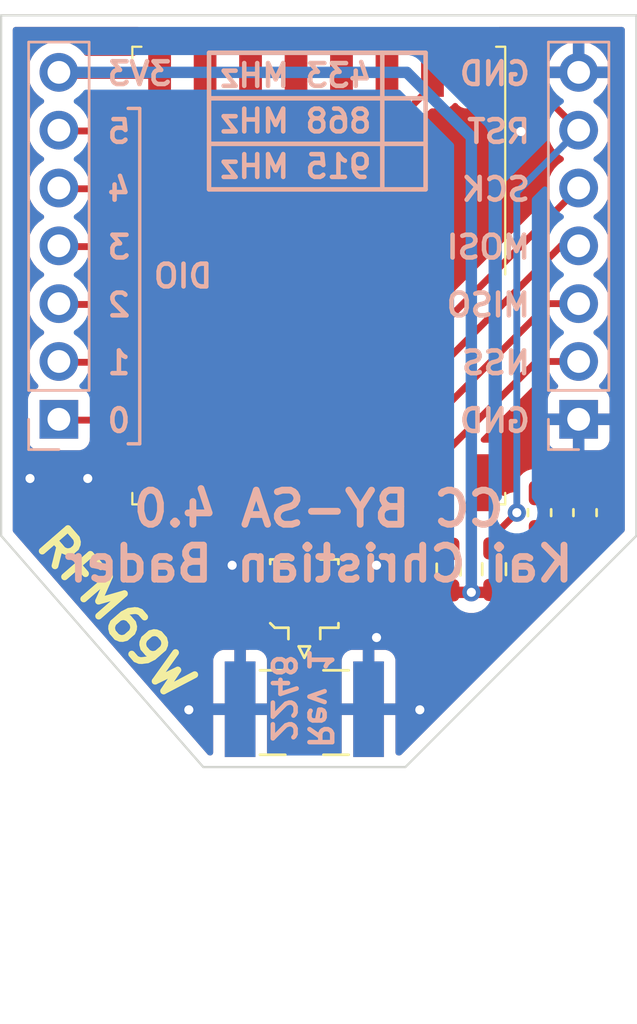
<source format=kicad_pcb>
(kicad_pcb (version 20211014) (generator pcbnew)
  (title_block (title "RFM69W Board") (date "2022-12-04") (rev "1") (company "Kai Christian Bader") (comment 1 "CC BY-SA 4.0"))
  (layers (0 "F.Cu" signal) (31 "B.Cu" signal) (34 "B.Paste" user) (35 "F.Paste" user) (36 "B.SilkS" user "B.Silkscreen") (37 "F.SilkS" user "F.Silkscreen") (38 "B.Mask" user) (39 "F.Mask" user) (44 "Edge.Cuts" user))
  (net 0 "")
  (net 1 "GND")
  (net 2 "/MISO")
  (net 3 "/MOSI")
  (net 4 "/SCK")
  (net 5 "/NSS")
  (net 6 "/~{RESET}")
  (net 7 "/DIO5")
  (net 8 "/DIO2")
  (net 9 "/DIO1")
  (net 10 "/DIO0")
  (net 11 "+3.3V")
  (net 12 "/DIO4")
  (net 13 "/DIO3")
  (net 14 "/ANT")
  (footprint "Capacitor_SMD:C_0603_1608Metric_Pad1.08x0.95mm_HandSolder" (layer "F.Cu") (at 112.71 66.315 90)
    (fp_text reference "C1" hide)
    (fp_text value "100n")
    (fp_line (start -0.146267 0.51) (end 0.146267 0.51) (layer "F.SilkS") (width 0.12))
    (fp_line (start -0.146267 -0.51) (end 0.146267 -0.51) (layer "F.SilkS") (width 0.12))
    (pad "1" smd roundrect (at -0.8625 0 90) (size 1.075 0.95) (layers "F.Cu" "F.Paste" "F.Mask") (net 11 "+3.3V"))
    (pad "2" smd roundrect (at 0.8625 0 90) (size 1.075 0.95) (layers "F.Cu" "F.Paste" "F.Mask") (net 1 "GND"))
  )
  (footprint "Connector_Coaxial:SMA_Samtec_SMA-J-P-X-ST-EM1_EdgeMount" (layer "F.Cu") (at 100.365 74.95)
    (fp_text reference "J4" hide)
    (fp_text value "SMA")
    (fp_line (start 0.84 -1.71) (end 1.95 -1.71) (layer "F.SilkS") (width 0.12))
    (fp_line (start -1.95 -1.71) (end -0.84 -1.71) (layer "F.SilkS") (width 0.12))
    (fp_line (start 0 -2.26) (end 0.25 -2.76) (layer "F.SilkS") (width 0.12))
    (fp_line (start 0.25 -2.76) (end -0.25 -2.76) (layer "F.SilkS") (width 0.12))
    (fp_line (start -0.25 -2.76) (end 0 -2.26) (layer "F.SilkS") (width 0.12))
    (fp_line (start 0.84 2) (end 1.95 2) (layer "F.SilkS") (width 0.12))
    (fp_line (start -1.95 2) (end -0.84 2) (layer "F.SilkS") (width 0.12))
    (pad "1" smd rect (at 0 0.2) (size 1.27 3.6) (layers "F.Cu" "F.Paste" "F.Mask") (net 14 "/ANT"))
    (pad "2" smd rect (at 2.825 0) (size 1.35 4.2) (layers "B.Cu" "B.Paste" "B.Mask") (net 1 "GND"))
    (pad "2" smd rect (at -2.825 0) (size 1.35 4.2) (layers "F.Cu" "F.Paste" "F.Mask") (net 1 "GND"))
    (pad "2" smd rect (at 2.825 0) (size 1.35 4.2) (layers "F.Cu" "F.Paste" "F.Mask") (net 1 "GND"))
    (pad "2" smd rect (at -2.825 0) (size 1.35 4.2) (layers "B.Cu" "B.Paste" "B.Mask") (net 1 "GND"))
  )
  (footprint "RF_Module:HOPERF_RFM69HW" (layer "F.Cu") (at 101 55.9 -90)
    (fp_text reference "U1" hide)
    (fp_text value "RFM69W")
    (fp_line (start -10.05 -8.2) (end -10.05 -7.8) (layer "F.SilkS") (width 0.1))
    (fp_line (start 10.05 7.8) (end 10.05 8.2) (layer "F.SilkS") (width 0.1))
    (fp_line (start -10.05 -8.2) (end -0.05 -8.2) (layer "F.SilkS") (width 0.1))
    (fp_line (start 9.55 8.2) (end 10.05 8.2) (layer "F.SilkS") (width 0.1))
    (fp_line (start -10.05 8.2) (end -9.55 8.2) (layer "F.SilkS") (width 0.1))
    (fp_line (start -10.05 7.8) (end -10.05 8.2) (layer "F.SilkS") (width 0.1))
    (fp_line (start 9.55 -8.2) (end 10.05 -8.2) (layer "F.SilkS") (width 0.1))
    (fp_line (start 10.05 -8.2) (end 10.05 -7.8) (layer "F.SilkS") (width 0.1))
    (pad "1" smd rect (at -9.1 -7 270) (size 2.5 1) (layers "F.Cu" "F.Paste" "F.Mask") (net 6 "/~{RESET}"))
    (pad "2" smd rect (at -9.1 -5 270) (size 2.5 1) (layers "F.Cu" "F.Paste" "F.Mask") (net 10 "/DIO0"))
    (pad "3" smd rect (at -9.1 -3 270) (size 2.5 1) (layers "F.Cu" "F.Paste" "F.Mask") (net 9 "/DIO1"))
    (pad "4" smd rect (at -9.1 -1 270) (size 2.5 1) (layers "F.Cu" "F.Paste" "F.Mask") (net 8 "/DIO2"))
    (pad "5" smd rect (at -9.1 1 270) (size 2.5 1) (layers "F.Cu" "F.Paste" "F.Mask") (net 13 "/DIO3"))
    (pad "6" smd rect (at -9.1 3 270) (size 2.5 1) (layers "F.Cu" "F.Paste" "F.Mask") (net 12 "/DIO4"))
    (pad "7" smd rect (at -9.1 5 270) (size 2.5 1) (layers "F.Cu" "F.Paste" "F.Mask") (net 7 "/DIO5"))
    (pad "8" smd rect (at -9.1 7 270) (size 2.5 1) (layers "F.Cu" "F.Paste" "F.Mask") (net 11 "+3.3V"))
    (pad "9" smd rect (at 9.1 7 270) (size 2.5 1) (layers "F.Cu" "F.Paste" "F.Mask") (net 1 "GND"))
    (pad "10" smd rect (at 9.1 5 270) (size 2.5 1) (layers "F.Cu" "F.Paste" "F.Mask") (net 14 "/ANT"))
    (pad "11" smd rect (at 9.1 3 270) (size 2.5 1) (layers "F.Cu" "F.Paste" "F.Mask") (net 1 "GND"))
    (pad "12" smd rect (at 9.1 1 270) (size 2.5 1) (layers "F.Cu" "F.Paste" "F.Mask") (net 4 "/SCK"))
    (pad "13" smd rect (at 9.1 -1 270) (size 2.5 1) (layers "F.Cu" "F.Paste" "F.Mask") (net 3 "/MOSI"))
    (pad "14" smd rect (at 9.1 -3 270) (size 2.5 1) (layers "F.Cu" "F.Paste" "F.Mask") (net 2 "/MISO"))
    (pad "15" smd rect (at 9.1 -5 270) (size 2.5 1) (layers "F.Cu" "F.Paste" "F.Mask") (net 5 "/NSS"))
    (pad "16" smd rect (at 9.1 -7 270) (size 2.5 1) (layers "F.Cu" "F.Paste" "F.Mask"))
  )
  (footprint "Resistor_SMD:R_0603_1608Metric_Pad0.98x0.95mm_HandSolder" (layer "F.Cu") (at 108.71 68.7975 90)
    (fp_text reference "R2" hide)
    (fp_text value "100k")
    (fp_line (start -0.254724 -0.5225) (end 0.254724 -0.5225) (layer "F.SilkS") (width 0.12))
    (fp_line (start -0.254724 0.5225) (end 0.254724 0.5225) (layer "F.SilkS") (width 0.12))
    (pad "1" smd roundrect (at -0.9125 0 90) (size 0.975 0.95) (layers "F.Cu" "F.Paste" "F.Mask") (net 11 "+3.3V"))
    (pad "2" smd roundrect (at 0.9125 0 90) (size 0.975 0.95) (layers "F.Cu" "F.Paste" "F.Mask") (net 6 "/~{RESET}"))
  )
  (footprint "Capacitor_SMD:C_0603_1608Metric_Pad1.08x0.95mm_HandSolder" (layer "F.Cu") (at 110.71 66.315 90)
    (fp_text reference "C2" hide)
    (fp_text value "4u7")
    (fp_line (start -0.146267 0.51) (end 0.146267 0.51) (layer "F.SilkS") (width 0.12))
    (fp_line (start -0.146267 -0.51) (end 0.146267 -0.51) (layer "F.SilkS") (width 0.12))
    (pad "1" smd roundrect (at -0.8625 0 90) (size 1.075 0.95) (layers "F.Cu" "F.Paste" "F.Mask") (net 11 "+3.3V"))
    (pad "2" smd roundrect (at 0.8625 0 90) (size 1.075 0.95) (layers "F.Cu" "F.Paste" "F.Mask") (net 1 "GND"))
  )
  (footprint "Resistor_SMD:R_0603_1608Metric_Pad0.98x0.95mm_HandSolder" (layer "F.Cu") (at 106.71 68.815 90)
    (fp_text reference "R1" hide)
    (fp_text value "100k")
    (fp_line (start -0.254724 -0.5225) (end 0.254724 -0.5225) (layer "F.SilkS") (width 0.12))
    (fp_line (start -0.254724 0.5225) (end 0.254724 0.5225) (layer "F.SilkS") (width 0.12))
    (pad "1" smd roundrect (at -0.9125 0 90) (size 0.975 0.95) (layers "F.Cu" "F.Paste" "F.Mask") (net 11 "+3.3V"))
    (pad "2" smd roundrect (at 0.9125 0 90) (size 0.975 0.95) (layers "F.Cu" "F.Paste" "F.Mask") (net 5 "/NSS"))
  )
  (footprint "Connector_Coaxial:U.FL_Molex_MCRF_73412-0110_Vertical" (layer "F.Cu") (at 100.365 69.87)
    (fp_text reference "J3" hide)
    (fp_text value "U.FL / IPEX")
    (fp_line (start 1.5 -1.5) (end 1.5 -1.3) (layer "F.SilkS") (width 0.12))
    (fp_line (start -0.7 1.5) (end -0.7 2) (layer "F.SilkS") (width 0.12))
    (fp_line (start 0.7 -1.5) (end 1.5 -1.5) (layer "F.SilkS") (width 0.12))
    (fp_line (start 1.5 1.5) (end 0.7 1.5) (layer "F.SilkS") (width 0.12))
    (fp_line (start -0.7 1.5) (end -1.3 1.5) (layer "F.SilkS") (width 0.12))
    (fp_line (start 1.5 1.3) (end 1.5 1.5) (layer "F.SilkS") (width 0.12))
    (fp_line (start 0.7 1.5) (end 0.7 2) (layer "F.SilkS") (width 0.12))
    (fp_line (start -1.5 -1.5) (end -0.7 -1.5) (layer "F.SilkS") (width 0.12))
    (fp_line (start -1.3 1.5) (end -1.5 1.3) (layer "F.SilkS") (width 0.12))
    (fp_line (start -1.5 -1.3) (end -1.5 -1.5) (layer "F.SilkS") (width 0.12))
    (pad "1" smd rect (at 0 1.5) (size 1 1) (layers "F.Cu" "F.Paste" "F.Mask") (net 14 "/ANT"))
    (pad "2" smd rect (at -1.475 0) (size 1.05 2.2) (layers "F.Cu" "F.Paste" "F.Mask") (net 1 "GND"))
    (pad "2" smd rect (at 0 -1.5) (size 1 1) (layers "F.Cu" "F.Paste" "F.Mask") (net 1 "GND"))
    (pad "2" smd rect (at 1.475 0) (size 1.05 2.2) (layers "F.Cu" "F.Paste" "F.Mask") (net 1 "GND"))
  )
  (footprint "Connector_PinHeader_2.54mm:PinHeader_1x07_P2.54mm_Vertical" (layer "B.Cu") (at 112.43 62.215)
    (fp_text reference "J2" hide)
    (fp_text value "Conn2")
    (fp_line (start -1.33 0) (end -1.33 1.33) (layer "B.SilkS") (width 0.12))
    (fp_line (start 1.33 -1.27) (end 1.33 -16.57) (layer "B.SilkS") (width 0.12))
    (fp_line (start -1.33 -1.27) (end 1.33 -1.27) (layer "B.SilkS") (width 0.12))
    (fp_line (start -1.33 -16.57) (end 1.33 -16.57) (layer "B.SilkS") (width 0.12))
    (fp_line (start -1.33 1.33) (end 0 1.33) (layer "B.SilkS") (width 0.12))
    (fp_line (start -1.33 -1.27) (end -1.33 -16.57) (layer "B.SilkS") (width 0.12))
    (pad "1" thru_hole rect (at 0 0) (size 1.7 1.7) (drill 1) (layers *.Cu *.Mask) (net 1 "GND"))
    (pad "2" thru_hole oval (at 0 -2.54) (size 1.7 1.7) (drill 1) (layers *.Cu *.Mask) (net 5 "/NSS"))
    (pad "3" thru_hole oval (at 0 -5.08) (size 1.7 1.7) (drill 1) (layers *.Cu *.Mask) (net 2 "/MISO"))
    (pad "4" thru_hole oval (at 0 -7.62) (size 1.7 1.7) (drill 1) (layers *.Cu *.Mask) (net 3 "/MOSI"))
    (pad "5" thru_hole oval (at 0 -10.16) (size 1.7 1.7) (drill 1) (layers *.Cu *.Mask) (net 4 "/SCK"))
    (pad "6" thru_hole oval (at 0 -12.7) (size 1.7 1.7) (drill 1) (layers *.Cu *.Mask) (net 6 "/~{RESET}"))
    (pad "7" thru_hole oval (at 0 -15.24) (size 1.7 1.7) (drill 1) (layers *.Cu *.Mask) (net 1 "GND"))
  )
  (footprint "Connector_PinHeader_2.54mm:PinHeader_1x07_P2.54mm_Vertical" (layer "B.Cu") (at 89.57 62.215)
    (fp_text reference "J1" hide)
    (fp_text value "Conn1")
    (fp_line (start -1.33 -1.27) (end -1.33 -16.57) (layer "B.SilkS") (width 0.12))
    (fp_line (start -1.33 1.33) (end 0 1.33) (layer "B.SilkS") (width 0.12))
    (fp_line (start -1.33 -16.57) (end 1.33 -16.57) (layer "B.SilkS") (width 0.12))
    (fp_line (start 1.33 -1.27) (end 1.33 -16.57) (layer "B.SilkS") (width 0.12))
    (fp_line (start -1.33 0) (end -1.33 1.33) (layer "B.SilkS") (width 0.12))
    (fp_line (start -1.33 -1.27) (end 1.33 -1.27) (layer "B.SilkS") (width 0.12))
    (pad "1" thru_hole rect (at 0 0) (size 1.7 1.7) (drill 1) (layers *.Cu *.Mask) (net 10 "/DIO0"))
    (pad "2" thru_hole oval (at 0 -2.54) (size 1.7 1.7) (drill 1) (layers *.Cu *.Mask) (net 9 "/DIO1"))
    (pad "3" thru_hole oval (at 0 -5.08) (size 1.7 1.7) (drill 1) (layers *.Cu *.Mask) (net 8 "/DIO2"))
    (pad "4" thru_hole oval (at 0 -7.62) (size 1.7 1.7) (drill 1) (layers *.Cu *.Mask) (net 13 "/DIO3"))
    (pad "5" thru_hole oval (at 0 -10.16) (size 1.7 1.7) (drill 1) (layers *.Cu *.Mask) (net 12 "/DIO4"))
    (pad "6" thru_hole oval (at 0 -12.7) (size 1.7 1.7) (drill 1) (layers *.Cu *.Mask) (net 7 "/DIO5"))
    (pad "7" thru_hole oval (at 0 -15.24) (size 1.7 1.7) (drill 1) (layers *.Cu *.Mask) (net 11 "+3.3V"))
  )
  (gr_line (start 96.174 52.115) (end 105.699 52.115) (layer "B.SilkS") (width 0.2))
  (gr_line (start 96.174 50.115) (end 105.699 50.115) (layer "B.SilkS") (width 0.2))
  (gr_line (start 105.699 52.115) (end 105.699 46.115) (layer "B.SilkS") (width 0.2))
  (gr_line (start 103.794 52.115) (end 103.794 46.115) (layer "B.SilkS") (width 0.2))
  (gr_line (start 96.174 46.115) (end 96.174 52.115) (layer "B.SilkS") (width 0.2))
  (gr_line (start 93.126 48.559) (end 92.618 48.559) (layer "B.SilkS") (width 0.15))
  (gr_line (start 93.126 48.559) (end 93.126 63.291) (layer "B.SilkS") (width 0.15))
  (gr_line (start 93.126 63.291) (end 92.618 63.291) (layer "B.SilkS") (width 0.15))
  (gr_line (start 105.699 46.115) (end 96.174 46.115) (layer "B.SilkS") (width 0.2))
  (gr_line (start 96.174 48.115) (end 105.699 48.115) (layer "B.SilkS") (width 0.2))
  (gr_line (start 87.03 67.33) (end 95.92 77.49) (layer "Edge.Cuts") (width 0.1))
  (gr_line (start 114.97 44.47) (end 87.03 44.47) (layer "Edge.Cuts") (width 0.1))
  (gr_line (start 114.97 67.33) (end 114.97 44.47) (layer "Edge.Cuts") (width 0.1))
  (gr_line (start 104.81 77.49) (end 114.97 67.33) (layer "Edge.Cuts") (width 0.1))
  (gr_line (start 95.92 77.49) (end 104.81 77.49) (layer "Edge.Cuts") (width 0.1))
  (gr_line (start 87.03 44.47) (end 87.03 67.33) (layer "Edge.Cuts") (width 0.1))
  (gr_text "MISO" (at 110.398 57.195) (layer "B.SilkS") (effects (font (size 1 1) (thickness 0.2)) (justify left mirror)))
  (gr_text "CC BY-SA 4.0\nKai Christian Bader" (at 101 67.355) (layer "B.SilkS") (effects (font (size 1.5 1.5) (thickness 0.3)) (justify mirror)))
  (gr_text "Rev 1\n2248" (at 100.238 74.467 -90) (layer "B.SilkS") (effects (font (size 1 1) (thickness 0.2)) (justify mirror)))
  (gr_text "RST" (at 110.398 49.575) (layer "B.SilkS") (effects (font (size 1 1) (thickness 0.2)) (justify left mirror)))
  (gr_text "NSS" (at 110.398 59.735) (layer "B.SilkS") (effects (font (size 1 1) (thickness 0.2)) (justify left mirror)))
  (gr_text "2" (at 91.602 57.195) (layer "B.SilkS") (effects (font (size 1 1) (thickness 0.2)) (justify right mirror)))
  (gr_text "3" (at 91.602 54.655) (layer "B.SilkS") (effects (font (size 1 1) (thickness 0.2)) (justify right mirror)))
  (gr_text "3V3" (at 91.602 47.035) (layer "B.SilkS") (effects (font (size 1 1) (thickness 0.2)) (justify right mirror)))
  (gr_text "DIO" (at 93.634 55.925) (layer "B.SilkS") (effects (font (size 1 1) (thickness 0.2)) (justify right mirror)))
  (gr_text "1" (at 91.602 59.735) (layer "B.SilkS") (effects (font (size 1 1) (thickness 0.2)) (justify right mirror)))
  (gr_text "433 MHz" (at 99.984 47.115) (layer "B.SilkS") (effects (font (size 1 1) (thickness 0.2)) (justify mirror)))
  (gr_text "5" (at 91.602 49.575) (layer "B.SilkS") (effects (font (size 1 1) (thickness 0.2)) (justify right mirror)))
  (gr_text "0" (at 91.602 62.275) (layer "B.SilkS") (effects (font (size 1 1) (thickness 0.2)) (justify right mirror)))
  (gr_text "MOSI" (at 110.398 54.655) (layer "B.SilkS") (effects (font (size 1 1) (thickness 0.2)) (justify left mirror)))
  (gr_text "SCK" (at 110.398 52.115) (layer "B.SilkS") (effects (font (size 1 1) (thickness 0.2)) (justify left mirror)))
  (gr_text "4" (at 91.602 52.115) (layer "B.SilkS") (effects (font (size 1 1) (thickness 0.2)) (justify right mirror)))
  (gr_text "GND" (at 110.398 62.275) (layer "B.SilkS") (effects (font (size 1 1) (thickness 0.2)) (justify left mirror)))
  (gr_text "GND" (at 110.398 47.035) (layer "B.SilkS") (effects (font (size 1 1) (thickness 0.2)) (justify left mirror)))
  (gr_text "915 MHz" (at 99.984 51.115) (layer "B.SilkS") (effects (font (size 1 1) (thickness 0.2)) (justify mirror)))
  (gr_text "868 MHz" (at 99.984 49.115) (layer "B.SilkS") (effects (font (size 1 1) (thickness 0.2)) (justify mirror)))
  (gr_text "RFM69W" (at 92.09 70.71 311) (layer "F.SilkS") (effects (font (size 1.5 1.5) (thickness 0.3))))
  (via (at 88.3 64.815) (size 0.8) (drill 0.4) (layers "F.Cu" "B.Cu") (net 1))
  (via (at 105.445 74.975) (size 0.8) (drill 0.4) (layers "F.Cu" "B.Cu") (net 1))
  (via (at 103.54 71.8) (size 0.8) (drill 0.4) (layers "F.Cu" "B.Cu") (net 1))
  (via (at 109.89 49.575) (size 0.8) (drill 0.4) (layers "F.Cu" "B.Cu") (net 1))
  (via (at 97.19 68.625) (size 0.8) (drill 0.4) (layers "F.Cu" "B.Cu") (net 1))
  (via (at 90.84 64.815) (size 0.8) (drill 0.4) (layers "F.Cu" "B.Cu") (net 1))
  (via (at 103.54 68.625) (size 0.8) (drill 0.4) (layers "F.Cu" "B.Cu") (net 1))
  (via (at 95.285 74.975) (size 0.8) (drill 0.4) (layers "F.Cu" "B.Cu") (net 1))
  (segment (start 111.115 57.135) (end 112.43 57.135) (width 0.3) (layer "F.Cu") (net 2))
  (segment (start 104 65) (end 104 64.25) (width 0.3) (layer "F.Cu") (net 2))
  (segment (start 104 64.25) (end 111.115 57.135) (width 0.3) (layer "F.Cu") (net 2))
  (segment (start 102 65) (end 102 64.25) (width 0.3) (layer "F.Cu") (net 3))
  (segment (start 111.655 54.595) (end 112.43 54.595) (width 0.3) (layer "F.Cu") (net 3))
  (segment (start 102 64.25) (end 111.655 54.595) (width 0.3) (layer "F.Cu") (net 3))
  (segment (start 100 64.485) (end 112.43 52.055) (width 0.3) (layer "F.Cu") (net 4))
  (segment (start 100 65) (end 100 64.485) (width 0.3) (layer "F.Cu") (net 4))
  (segment (start 110.575 59.675) (end 112.43 59.675) (width 0.3) (layer "F.Cu") (net 5))
  (segment (start 106 64.25) (end 110.575 59.675) (width 0.3) (layer "F.Cu") (net 5))
  (segment (start 106.71 67.9025) (end 106 67.1925) (width 0.3) (layer "F.Cu") (net 5))
  (segment (start 106 67.1925) (end 106 65) (width 0.3) (layer "F.Cu") (net 5))
  (segment (start 106 65) (end 106 64.25) (width 0.3) (layer "F.Cu") (net 5))
  (segment (start 108.71 67.315) (end 109.71 66.315) (width 0.3) (layer "F.Cu") (net 6))
  (segment (start 108 46.8) (end 109.715 46.8) (width 0.3) (layer "F.Cu") (net 6))
  (segment (start 109.715 46.8) (end 112.43 49.515) (width 0.3) (layer "F.Cu") (net 6))
  (segment (start 108.71 67.885) (end 108.71 67.315) (width 0.3) (layer "F.Cu") (net 6))
  (via (at 109.71 66.315) (size 0.8) (drill 0.4) (layers "F.Cu" "B.Cu") (net 6))
  (segment (start 109.71 66.315) (end 109.71 52.235) (width 0.3) (layer "B.Cu") (net 6))
  (segment (start 109.71 52.235) (end 112.43 49.515) (width 0.3) (layer "B.Cu") (net 6))
  (segment (start 96 46.8) (end 96 47.55) (width 0.3) (layer "F.Cu") (net 7))
  (segment (start 96 47.55) (end 94 49.55) (width 0.3) (layer "F.Cu") (net 7))
  (segment (start 94 49.55) (end 89.57 49.55) (width 0.3) (layer "F.Cu") (net 7))
  (segment (start 102 47.55) (end 92.38 57.17) (width 0.3) (layer "F.Cu") (net 8))
  (segment (start 102 46.8) (end 102 47.55) (width 0.3) (layer "F.Cu") (net 8))
  (segment (start 92.38 57.17) (end 89.57 57.17) (width 0.3) (layer "F.Cu") (net 8))
  (segment (start 104 46.8) (end 104 47.55) (width 0.3) (layer "F.Cu") (net 9))
  (segment (start 104 47.55) (end 91.84 59.71) (width 0.3) (layer "F.Cu") (net 9))
  (segment (start 91.84 59.71) (end 89.57 59.71) (width 0.3) (layer "F.Cu") (net 9))
  (segment (start 106 46.8) (end 106 47.55) (width 0.3) (layer "F.Cu") (net 10))
  (segment (start 91.3 62.25) (end 89.57 62.25) (width 0.3) (layer "F.Cu") (net 10))
  (segment (start 106 47.55) (end 91.3 62.25) (width 0.3) (layer "F.Cu") (net 10))
  (segment (start 107.71 69.815) (end 106.7975 69.815) (width 0.5) (layer "F.Cu") (net 11))
  (segment (start 93.79 47.01) (end 94 46.8) (width 0.5) (layer "F.Cu") (net 11))
  (segment (start 108.71 69.71) (end 110.71 67.71) (width 0.5) (layer "F.Cu") (net 11))
  (segment (start 108.605 69.815) (end 108.71 69.71) (width 0.5) (layer "F.Cu") (net 11))
  (segment (start 89.57 47.01) (end 93.79 47.01) (width 0.5) (layer "F.Cu") (net 11))
  (segment (start 107.71 69.815) (end 108.605 69.815) (width 0.5) (layer "F.Cu") (net 11))
  (segment (start 110.71 67.1775) (end 112.71 67.1775) (width 0.5) (layer "F.Cu") (net 11))
  (segment (start 106.7975 69.815) (end 106.71 69.7275) (width 0.5) (layer "F.Cu") (net 11))
  (segment (start 110.71 67.71) (end 110.71 67.1775) (width 0.5) (layer "F.Cu") (net 11))
  (via (at 107.71 69.815) (size 0.8) (drill 0.4) (layers "F.Cu" "B.Cu") (net 11))
  (segment (start 107.71 49.815) (end 107.71 69.815) (width 0.5) (layer "B.Cu") (net 11))
  (segment (start 104.87 46.975) (end 105.71 47.815) (width 0.5) (layer "B.Cu") (net 11))
  (segment (start 105.71 47.815) (end 107.71 49.815) (width 0.5) (layer "B.Cu") (net 11))
  (segment (start 89.57 46.975) (end 104.87 46.975) (width 0.5) (layer "B.Cu") (net 11))
  (segment (start 98 46.8) (end 98 47.55) (width 0.3) (layer "F.Cu") (net 12))
  (segment (start 98 47.55) (end 93.46 52.09) (width 0.3) (layer "F.Cu") (net 12))
  (segment (start 93.46 52.09) (end 89.57 52.09) (width 0.3) (layer "F.Cu") (net 12))
  (segment (start 92.92 54.63) (end 89.57 54.63) (width 0.3) (layer "F.Cu") (net 13))
  (segment (start 100 46.8) (end 100 47.55) (width 0.3) (layer "F.Cu") (net 13))
  (segment (start 100 47.55) (end 92.92 54.63) (width 0.3) (layer "F.Cu") (net 13))
  (segment (start 96 68.974695) (end 96 65) (width 0.36) (layer "F.Cu") (net 14))
  (segment (start 100.228431 71.45) (end 98.475304 71.45) (width 0.36) (layer "F.Cu") (net 14))
  (segment (start 100.365 71.426568) (end 100.365 75.15) (width 0.36) (layer "F.Cu") (net 14))
  (arc (start 96.725 70.725) (mid 97.528046 71.261578) (end 98.475304 71.45) (width 0.36) (layer "F.Cu") (net 14))
  (arc (start 96 68.974695) (mid 96.188421 69.921953) (end 96.725 70.725) (width 0.36) (layer "F.Cu") (net 14))
  (arc (start 100.325 71.41) (mid 100.280693 71.439604) (end 100.228431 71.45) (width 0.36) (layer "F.Cu") (net 14))
  (arc (start 100.365 71.426568) (mid 100.350535 71.40492) (end 100.325 71.41) (width 0.36) (layer "F.Cu") (net 14))
  (zone (net 1) (net_name "GND") (layer "F.Cu") (connect_pads (clearance 0.508)) (min_thickness 0.254) (fill yes (thermal_gap 0.508) (thermal_bridge_width 0.508))
    (polygon (pts (xy 114.97 67.33) (xy 104.81 77.49) (xy 95.92 77.49) (xy 87.03 67.33) (xy 87.03 44.47) (xy 114.97 44.47)))
  )
  (zone (net 1) (net_name "GND") (layer "B.Cu") (connect_pads (clearance 0.508)) (min_thickness 0.254) (fill yes (thermal_gap 0.508) (thermal_bridge_width 0.508))
    (polygon (pts (xy 114.97 67.33) (xy 104.81 77.49) (xy 95.92 77.49) (xy 87.03 67.33) (xy 87.03 44.47) (xy 114.97 44.47)))
  )
)
</source>
